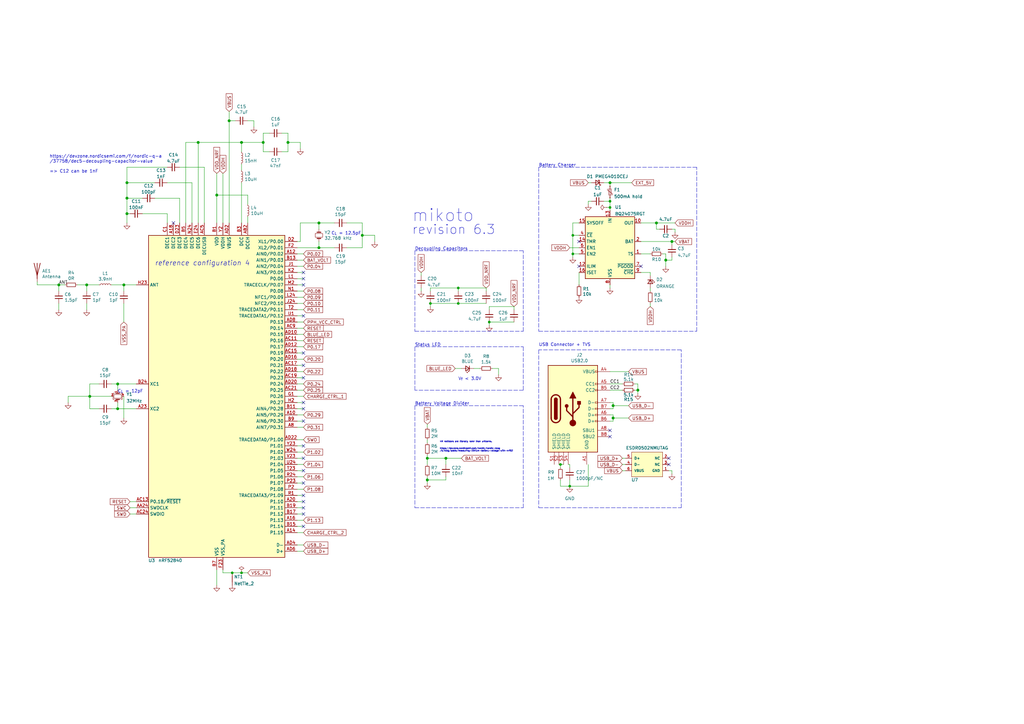
<source format=kicad_sch>
(kicad_sch (version 20240417) (generator "eeschema") (generator_version "8.99")
  (paper "A3")
  (text "4M resistors are literally rarer than unicorns." (at 180.34 181.61 0) (effects (font (size 0.6096 0.6096)) (justify left bottom)))
  (text "Decoupling Capacitors" (at 170.18 102.87 0) (effects (font (size 1.27 1.27)) (justify left bottom)))
  (text "reference configuration 4" (at 63.5 109.22 0) (effects (font (size 2 2) (italic yes)) (justify left bottom)))
  (text "mikoto" (at 168.91 91.44 0) (effects (font (size 5.08 5.08)) (justify left bottom)))
  (text "https://devzone.nordicsemi.com/f/nordic-q-a\n/37758/dec5-decoupling-capacitor-value\n\n=> C12 can be 1nF" (at 20.32 71.12 0) (effects (font (size 1.27 1.27)) (justify left bottom)))
  (text "https://devzone.nordicsemi.com/nordic/nordic-blog\n/b/blog/posts/measuring-lithium-battery-voltage-with-nrf52" (at 180.34 185.42 0) (effects (font (size 0.6096 0.6096)) (justify left bottom)))
  (text "C_{L} = 12pF" (at 48.26 161.29 0) (effects (font (size 1.27 1.27)) (justify left bottom)))
  (text "C_{L} = 12.5pF" (at 135.89 96.52 0) (effects (font (size 1.27 1.27)) (justify left bottom)))
  (text "Status LED" (at 170.18 142.24 0) (effects (font (size 1.27 1.27)) (justify left bottom)))
  (text "revision 6.3" (at 168.91 96.52 0) (effects (font (size 3.81 3.81)) (justify left bottom)))
  (text "Battery Charger" (at 220.98 68.58 0) (effects (font (size 1.27 1.27)) (justify left bottom)))
  (text "V_{f} < 3.0V" (at 187.96 156.21 0) (effects (font (size 1.27 1.27)) (justify left bottom)))
  (text "USB Connector + TVS" (at 220.98 142.24 0) (effects (font (size 1.27 1.27)) (justify left bottom)))
  (text "Battery Voltage Divider" (at 170.18 166.37 0) (effects (font (size 1.27 1.27)) (justify left bottom)))
  (junction (at 187.96 124.46))
  (junction (at 175.26 196.85) (diameter 1.016))
  (junction (at 35.56 116.84) (diameter 1.016))
  (junction (at 52.07 74.93) (diameter 1.016))
  (junction (at 233.68 199.39))
  (junction (at 250.19 82.55))
  (junction (at 52.07 81.28) (diameter 1.016))
  (junction (at 200.66 132.08))
  (junction (at 250.19 74.93) (diameter 1.016))
  (junction (at 88.9 80.01) (diameter 1.016))
  (junction (at 95.25 234.95))
  (junction (at 99.06 58.42) (diameter 1.016))
  (junction (at 187.96 118.11))
  (junction (at 36.83 162.56) (diameter 1.016))
  (junction (at 118.11 58.42) (diameter 1.016))
  (junction (at 261.62 160.02) (diameter 1.016))
  (junction (at 52.07 87.63) (diameter 1.016))
  (junction (at 93.98 49.53) (diameter 1.016))
  (junction (at 229.87 190.5))
  (junction (at 250.19 85.09))
  (junction (at 48.26 167.64) (diameter 1.016))
  (junction (at 251.46 166.37) (diameter 1.016))
  (junction (at 269.24 91.44) (diameter 1.016))
  (junction (at 275.59 99.06) (diameter 1.016))
  (junction (at 107.95 58.42) (diameter 1.016))
  (junction (at 176.53 124.46))
  (junction (at 130.81 91.44) (diameter 1.016))
  (junction (at 24.13 116.84) (diameter 1.016))
  (junction (at 234.95 96.52))
  (junction (at 251.46 171.45) (diameter 1.016))
  (junction (at 50.8 116.84) (diameter 1.016))
  (junction (at 234.95 104.14))
  (junction (at 175.26 187.96) (diameter 1.016))
  (junction (at 273.05 106.68) (diameter 1.016))
  (junction (at 182.88 187.96) (diameter 1.016))
  (junction (at 81.28 58.42) (diameter 1.016))
  (junction (at 99.06 234.95))
  (junction (at 148.59 96.52) (diameter 1.016))
  (junction (at 48.26 157.48) (diameter 1.016))
  (junction (at 130.81 101.6) (diameter 1.016))
  (no_connect (at 250.19 179.07))
  (no_connect (at 124.46 149.86))
  (no_connect (at 250.19 176.53))
  (no_connect (at 124.46 193.04))
  (no_connect (at 262.89 109.22))
  (no_connect (at 124.46 165.1))
  (no_connect (at 124.46 111.76))
  (no_connect (at 124.46 154.94))
  (no_connect (at 274.32 187.96))
  (no_connect (at 124.46 144.78))
  (no_connect (at 124.46 208.28))
  (no_connect (at 124.46 172.72))
  (no_connect (at 124.46 129.54))
  (no_connect (at 237.49 109.22))
  (no_connect (at 124.46 198.12))
  (no_connect (at 124.46 205.74))
  (no_connect (at 274.32 190.5))
  (no_connect (at 124.46 210.82))
  (no_connect (at 237.49 99.06))
  (no_connect (at 124.46 116.84))
  (no_connect (at 124.46 187.96))
  (no_connect (at 71.12 91.44))
  (no_connect (at 124.46 114.3))
  (no_connect (at 124.46 203.2))
  (no_connect (at 124.46 215.9))
  (no_connect (at 124.46 182.88))
  (no_connect (at 124.46 167.64))
  (wire (pts (xy 251.46 165.1) (xy 251.46 166.37)))
  (wire (pts (xy 68.58 91.44) (xy 68.58 87.63)))
  (wire (pts (xy 104.14 49.53) (xy 104.14 52.07)))
  (wire (pts (xy 123.19 58.42) (xy 123.19 60.96)))
  (wire (pts (xy 121.92 137.16) (xy 124.46 137.16)))
  (wire (pts (xy 269.24 91.44) (xy 276.86 91.44)))
  (wire (pts (xy 91.44 234.95) (xy 95.25 234.95)))
  (wire (pts (xy 81.28 91.44) (xy 81.28 58.42)))
  (wire (pts (xy 229.87 190.5) (xy 229.87 191.77)))
  (wire (pts (xy 52.07 87.63) (xy 52.07 91.44)))
  (wire (pts (xy 200.66 127) (xy 200.66 125.73)))
  (wire (pts (xy 52.07 74.93) (xy 63.5 74.93)))
  (wire (pts (xy 24.13 116.84) (xy 26.67 116.84)))
  (polyline (pts (xy 220.98 143.51) (xy 220.98 208.28)) (stroke (width 0) (type dash)))
  (wire (pts (xy 234.95 104.14) (xy 234.95 105.41)))
  (wire (pts (xy 275.59 100.33) (xy 275.59 99.06)))
  (wire (pts (xy 124.46 205.74) (xy 121.92 205.74)))
  (polyline (pts (xy 214.63 135.89) (xy 214.63 102.87)) (stroke (width 0) (type dash)))
  (wire (pts (xy 153.67 96.52) (xy 153.67 99.06)))
  (wire (pts (xy 241.3 199.39) (xy 233.68 199.39)))
  (wire (pts (xy 176.53 124.46) (xy 187.96 124.46)))
  (wire (pts (xy 234.95 96.52) (xy 237.49 96.52)))
  (wire (pts (xy 110.49 62.23) (xy 107.95 62.23)))
  (polyline (pts (xy 220.98 208.28) (xy 279.4 208.28)) (stroke (width 0) (type dash)))
  (wire (pts (xy 123.19 99.06) (xy 123.19 91.44)))
  (wire (pts (xy 194.31 151.13) (xy 196.85 151.13)))
  (wire (pts (xy 48.26 167.64) (xy 55.88 167.64)))
  (polyline (pts (xy 170.18 102.87) (xy 170.18 135.89)) (stroke (width 0) (type dash)))
  (wire (pts (xy 124.46 144.78) (xy 121.92 144.78)))
  (wire (pts (xy 124.46 154.94) (xy 121.92 154.94)))
  (wire (pts (xy 266.7 124.46) (xy 266.7 125.73)))
  (wire (pts (xy 107.95 58.42) (xy 107.95 62.23)))
  (wire (pts (xy 63.5 81.28) (xy 73.66 81.28)))
  (wire (pts (xy 48.26 167.64) (xy 45.72 167.64)))
  (wire (pts (xy 76.2 91.44) (xy 76.2 58.42)))
  (wire (pts (xy 124.46 200.66) (xy 121.92 200.66)))
  (wire (pts (xy 130.81 93.98) (xy 130.81 91.44)))
  (wire (pts (xy 55.88 157.48) (xy 48.26 157.48)))
  (wire (pts (xy 233.68 190.5) (xy 233.68 191.77)))
  (wire (pts (xy 251.46 172.72) (xy 250.19 172.72)))
  (wire (pts (xy 124.46 152.4) (xy 121.92 152.4)))
  (wire (pts (xy 93.98 49.53) (xy 93.98 45.72)))
  (wire (pts (xy 99.06 69.85) (xy 99.06 67.31)))
  (wire (pts (xy 121.92 124.46) (xy 124.46 124.46)))
  (wire (pts (xy 107.95 54.61) (xy 107.95 58.42)))
  (wire (pts (xy 81.28 58.42) (xy 99.06 58.42)))
  (wire (pts (xy 124.46 180.34) (xy 121.92 180.34)))
  (wire (pts (xy 52.07 81.28) (xy 58.42 81.28)))
  (wire (pts (xy 234.95 96.52) (xy 234.95 104.14)))
  (wire (pts (xy 124.46 119.38) (xy 121.92 119.38)))
  (wire (pts (xy 124.46 175.26) (xy 121.92 175.26)))
  (polyline (pts (xy 170.18 142.24) (xy 214.63 142.24)) (stroke (width 0) (type dash)))
  (polyline (pts (xy 220.98 135.89) (xy 285.75 135.89)) (stroke (width 0) (type dash)))
  (wire (pts (xy 251.46 171.45) (xy 251.46 172.72)))
  (polyline (pts (xy 214.63 160.02) (xy 170.18 160.02)) (stroke (width 0) (type dash)))
  (wire (pts (xy 31.75 116.84) (xy 35.56 116.84)))
  (wire (pts (xy 55.88 208.28) (xy 53.34 208.28)))
  (wire (pts (xy 124.46 109.22) (xy 121.92 109.22)))
  (wire (pts (xy 148.59 101.6) (xy 142.24 101.6)))
  (wire (pts (xy 172.72 111.76) (xy 172.72 113.03)))
  (wire (pts (xy 247.65 82.55) (xy 250.19 82.55)))
  (wire (pts (xy 255.27 187.96) (xy 256.54 187.96)))
  (wire (pts (xy 124.46 165.1) (xy 121.92 165.1)))
  (wire (pts (xy 101.6 80.01) (xy 88.9 80.01)))
  (wire (pts (xy 251.46 170.18) (xy 251.46 171.45)))
  (wire (pts (xy 255.27 190.5) (xy 256.54 190.5)))
  (wire (pts (xy 50.8 124.46) (xy 50.8 132.08)))
  (wire (pts (xy 233.045 190.5) (xy 233.68 190.5)))
  (polyline (pts (xy 170.18 160.02) (xy 170.18 142.24)) (stroke (width 0) (type dash)))
  (wire (pts (xy 176.53 119.38) (xy 176.53 118.11)))
  (wire (pts (xy 53.34 205.74) (xy 55.88 205.74)))
  (wire (pts (xy 251.46 166.37) (xy 257.81 166.37)))
  (polyline (pts (xy 170.18 135.89) (xy 214.63 135.89)) (stroke (width 0) (type dash)))
  (polyline (pts (xy 279.4 208.28) (xy 279.4 143.51)) (stroke (width 0) (type dash)))
  (wire (pts (xy 176.53 124.46) (xy 176.53 125.73)))
  (wire (pts (xy 124.46 111.76) (xy 121.92 111.76)))
  (wire (pts (xy 73.66 81.28) (xy 73.66 91.44)))
  (wire (pts (xy 118.11 54.61) (xy 118.11 58.42)))
  (wire (pts (xy 250.19 81.28) (xy 250.19 82.55)))
  (polyline (pts (xy 214.63 166.37) (xy 170.18 166.37)) (stroke (width 0) (type dash)))
  (wire (pts (xy 121.92 101.6) (xy 130.81 101.6)))
  (wire (pts (xy 124.46 106.68) (xy 121.92 106.68)))
  (wire (pts (xy 275.59 93.98) (xy 276.86 93.98)))
  (wire (pts (xy 101.6 83.82) (xy 101.6 80.01)))
  (wire (pts (xy 68.58 74.93) (xy 78.74 74.93)))
  (wire (pts (xy 121.92 182.88) (xy 124.46 182.88)))
  (wire (pts (xy 130.81 101.6) (xy 130.81 99.06)))
  (wire (pts (xy 248.92 85.09) (xy 250.19 85.09)))
  (wire (pts (xy 187.96 124.46) (xy 199.39 124.46)))
  (wire (pts (xy 250.19 165.1) (xy 251.46 165.1)))
  (wire (pts (xy 250.19 157.48) (xy 255.27 157.48)))
  (wire (pts (xy 175.26 186.69) (xy 175.26 187.96)))
  (wire (pts (xy 107.95 54.61) (xy 110.49 54.61)))
  (wire (pts (xy 275.59 106.68) (xy 275.59 105.41)))
  (wire (pts (xy 88.9 233.68) (xy 88.9 240.03)))
  (wire (pts (xy 261.62 160.02) (xy 261.62 161.29)))
  (wire (pts (xy 247.65 74.93) (xy 250.19 74.93)))
  (wire (pts (xy 40.64 116.84) (xy 35.56 116.84)))
  (wire (pts (xy 76.2 58.42) (xy 81.28 58.42)))
  (wire (pts (xy 124.46 116.84) (xy 121.92 116.84)))
  (wire (pts (xy 45.72 162.56) (xy 36.83 162.56)))
  (wire (pts (xy 24.13 124.46) (xy 24.13 127)))
  (wire (pts (xy 271.78 104.14) (xy 273.05 104.14)))
  (wire (pts (xy 148.59 96.52) (xy 148.59 101.6)))
  (wire (pts (xy 52.07 81.28) (xy 52.07 87.63)))
  (wire (pts (xy 124.46 203.2) (xy 121.92 203.2)))
  (wire (pts (xy 124.46 185.42) (xy 121.92 185.42)))
  (wire (pts (xy 124.46 129.54) (xy 121.92 129.54)))
  (wire (pts (xy 124.46 170.18) (xy 121.92 170.18)))
  (wire (pts (xy 241.3 83.82) (xy 241.3 82.55)))
  (wire (pts (xy 273.05 106.68) (xy 273.05 109.22)))
  (polyline (pts (xy 170.18 166.37) (xy 170.18 208.28)) (stroke (width 0) (type dash)))
  (wire (pts (xy 40.64 167.64) (xy 36.83 167.64)))
  (wire (pts (xy 251.46 166.37) (xy 251.46 167.64)))
  (wire (pts (xy 52.07 68.58) (xy 68.58 68.58)))
  (wire (pts (xy 121.92 104.14) (xy 124.46 104.14)))
  (wire (pts (xy 48.26 165.1) (xy 48.26 167.64)))
  (wire (pts (xy 250.19 82.55) (xy 250.19 85.09)))
  (wire (pts (xy 124.46 193.04) (xy 121.92 193.04)))
  (wire (pts (xy 52.07 68.58) (xy 52.07 74.93)))
  (wire (pts (xy 130.81 101.6) (xy 137.16 101.6)))
  (wire (pts (xy 269.24 93.98) (xy 270.51 93.98)))
  (polyline (pts (xy 285.75 135.89) (xy 285.75 68.58)) (stroke (width 0) (type dash)))
  (wire (pts (xy 99.06 62.23) (xy 99.06 58.42)))
  (wire (pts (xy 250.19 85.09) (xy 250.19 86.36)))
  (wire (pts (xy 250.19 170.18) (xy 251.46 170.18)))
  (wire (pts (xy 99.06 234.95) (xy 101.6 234.95)))
  (wire (pts (xy 124.46 226.06) (xy 121.92 226.06)))
  (wire (pts (xy 124.46 172.72) (xy 121.92 172.72)))
  (wire (pts (xy 266.7 111.76) (xy 266.7 113.03)))
  (wire (pts (xy 96.52 49.53) (xy 93.98 49.53)))
  (wire (pts (xy 172.72 118.11) (xy 172.72 119.38)))
  (wire (pts (xy 229.87 196.85) (xy 229.87 199.39)))
  (wire (pts (xy 175.26 173.99) (xy 175.26 175.26)))
  (wire (pts (xy 275.59 193.04) (xy 274.32 193.04)))
  (wire (pts (xy 275.59 194.31) (xy 275.59 193.04)))
  (wire (pts (xy 175.26 196.85) (xy 182.88 196.85)))
  (wire (pts (xy 124.46 198.12) (xy 121.92 198.12)))
  (wire (pts (xy 261.62 157.48) (xy 261.62 160.02)))
  (wire (pts (xy 200.66 132.08) (xy 200.66 133.35)))
  (wire (pts (xy 55.88 116.84) (xy 50.8 116.84)))
  (wire (pts (xy 121.92 142.24) (xy 124.46 142.24)))
  (wire (pts (xy 124.46 160.02) (xy 121.92 160.02)))
  (polyline (pts (xy 214.63 102.87) (xy 170.18 102.87)) (stroke (width 0) (type dash)))
  (wire (pts (xy 233.68 101.6) (xy 237.49 101.6)))
  (wire (pts (xy 241.3 190.5) (xy 241.3 199.39)))
  (wire (pts (xy 182.88 187.96) (xy 182.88 190.5)))
  (wire (pts (xy 142.24 91.44) (xy 148.59 91.44)))
  (wire (pts (xy 262.89 111.76) (xy 266.7 111.76)))
  (wire (pts (xy 130.81 91.44) (xy 137.16 91.44)))
  (wire (pts (xy 24.13 119.38) (xy 24.13 116.84)))
  (wire (pts (xy 182.88 196.85) (xy 182.88 195.58)))
  (wire (pts (xy 175.26 195.58) (xy 175.26 196.85)))
  (wire (pts (xy 175.26 181.61) (xy 175.26 180.34)))
  (wire (pts (xy 250.19 74.93) (xy 259.08 74.93)))
  (wire (pts (xy 276.86 93.98) (xy 276.86 95.25)))
  (wire (pts (xy 35.56 116.84) (xy 35.56 119.38)))
  (wire (pts (xy 124.46 147.32) (xy 121.92 147.32)))
  (wire (pts (xy 35.56 124.46) (xy 35.56 127)))
  (wire (pts (xy 83.82 68.58) (xy 83.82 91.44)))
  (wire (pts (xy 53.34 210.82) (xy 55.88 210.82)))
  (wire (pts (xy 273.05 106.68) (xy 275.59 106.68)))
  (wire (pts (xy 273.05 104.14) (xy 273.05 106.68)))
  (wire (pts (xy 48.26 157.48) (xy 45.72 157.48)))
  (wire (pts (xy 124.46 167.64) (xy 121.92 167.64)))
  (wire (pts (xy 234.95 91.44) (xy 237.49 91.44)))
  (wire (pts (xy 241.3 82.55) (xy 242.57 82.55)))
  (wire (pts (xy 262.89 99.06) (xy 275.59 99.06)))
  (wire (pts (xy 15.24 115.57) (xy 15.24 116.84)))
  (wire (pts (xy 234.95 104.14) (xy 237.49 104.14)))
  (wire (pts (xy 121.92 121.92) (xy 124.46 121.92)))
  (wire (pts (xy 101.6 88.9) (xy 101.6 91.44)))
  (wire (pts (xy 115.57 54.61) (xy 118.11 54.61)))
  (wire (pts (xy 186.69 151.13) (xy 189.23 151.13)))
  (wire (pts (xy 251.46 167.64) (xy 250.19 167.64)))
  (wire (pts (xy 250.19 152.4) (xy 257.81 152.4)))
  (wire (pts (xy 88.9 80.01) (xy 88.9 91.44)))
  (wire (pts (xy 187.96 118.11) (xy 187.96 119.38)))
  (wire (pts (xy 52.07 74.93) (xy 52.07 81.28)))
  (wire (pts (xy 124.46 149.86) (xy 121.92 149.86)))
  (wire (pts (xy 250.19 116.84) (xy 250.19 118.11)))
  (wire (pts (xy 101.6 49.53) (xy 104.14 49.53)))
  (wire (pts (xy 229.235 190.5) (xy 229.87 190.5)))
  (wire (pts (xy 204.47 151.13) (xy 204.47 153.67)))
  (polyline (pts (xy 279.4 143.51) (xy 220.98 143.51)) (stroke (width 0) (type dash)))
  (polyline (pts (xy 214.63 142.24) (xy 214.63 160.02)) (stroke (width 0) (type dash)))
  (wire (pts (xy 124.46 187.96) (xy 121.92 187.96)))
  (wire (pts (xy 48.26 157.48) (xy 48.26 160.02)))
  (wire (pts (xy 99.06 58.42) (xy 107.95 58.42)))
  (wire (pts (xy 251.46 171.45) (xy 257.81 171.45)))
  (wire (pts (xy 121.92 99.06) (xy 123.19 99.06)))
  (wire (pts (xy 78.74 74.93) (xy 78.74 91.44)))
  (wire (pts (xy 36.83 157.48) (xy 40.64 157.48)))
  (polyline (pts (xy 285.75 68.58) (xy 220.98 68.58)) (stroke (width 0) (type dash)))
  (wire (pts (xy 36.83 167.64) (xy 36.83 162.56)))
  (wire (pts (xy 15.24 116.84) (xy 24.13 116.84)))
  (wire (pts (xy 262.89 104.14) (xy 266.7 104.14)))
  (wire (pts (xy 50.8 162.56) (xy 50.8 171.45)))
  (wire (pts (xy 148.59 96.52) (xy 153.67 96.52)))
  (wire (pts (xy 124.46 157.48) (xy 121.92 157.48)))
  (wire (pts (xy 124.46 134.62) (xy 121.92 134.62)))
  (wire (pts (xy 175.26 196.85) (xy 175.26 198.12)))
  (wire (pts (xy 250.19 160.02) (xy 255.27 160.02)))
  (wire (pts (xy 50.8 116.84) (xy 50.8 119.38)))
  (wire (pts (xy 175.26 187.96) (xy 182.88 187.96)))
  (wire (pts (xy 200.66 125.73) (xy 210.82 125.73)))
  (wire (pts (xy 36.83 162.56) (xy 27.94 162.56)))
  (wire (pts (xy 124.46 215.9) (xy 121.92 215.9)))
  (wire (pts (xy 176.53 118.11) (xy 187.96 118.11)))
  (wire (pts (xy 187.96 118.11) (xy 199.39 118.11)))
  (wire (pts (xy 124.46 162.56) (xy 121.92 162.56)))
  (wire (pts (xy 124.46 190.5) (xy 121.92 190.5)))
  (wire (pts (xy 266.7 118.11) (xy 266.7 119.38)))
  (polyline (pts (xy 170.18 208.28) (xy 214.63 208.28)) (stroke (width 0) (type dash)))
  (wire (pts (xy 200.66 132.08) (xy 210.82 132.08)))
  (wire (pts (xy 93.98 91.44) (xy 93.98 49.53)))
  (wire (pts (xy 124.46 114.3) (xy 121.92 114.3)))
  (wire (pts (xy 88.9 71.12) (xy 88.9 80.01)))
  (wire (pts (xy 45.72 116.84) (xy 50.8 116.84)))
  (wire (pts (xy 229.87 199.39) (xy 233.68 199.39)))
  (wire (pts (xy 148.59 91.44) (xy 148.59 96.52)))
  (wire (pts (xy 260.35 160.02) (xy 261.62 160.02)))
  (wire (pts (xy 124.46 218.44) (xy 121.92 218.44)))
  (wire (pts (xy 241.3 74.93) (xy 242.57 74.93)))
  (wire (pts (xy 52.07 87.63) (xy 53.34 87.63)))
  (wire (pts (xy 118.11 62.23) (xy 118.11 58.42)))
  (wire (pts (xy 199.39 118.11) (xy 199.39 119.38)))
  (wire (pts (xy 124.46 208.28) (xy 121.92 208.28)))
  (wire (pts (xy 255.27 193.04) (xy 256.54 193.04)))
  (wire (pts (xy 121.92 139.7) (xy 124.46 139.7)))
  (wire (pts (xy 115.57 62.23) (xy 118.11 62.23)))
  (wire (pts (xy 121.92 223.52) (xy 124.46 223.52)))
  (wire (pts (xy 201.93 151.13) (xy 204.47 151.13)))
  (polyline (pts (xy 220.98 68.58) (xy 220.98 135.89)) (stroke (width 0) (type dash)))
  (wire (pts (xy 234.95 91.44) (xy 234.95 96.52)))
  (wire (pts (xy 124.46 127) (xy 121.92 127)))
  (wire (pts (xy 275.59 99.06) (xy 276.86 99.06)))
  (wire (pts (xy 123.19 91.44) (xy 130.81 91.44)))
  (wire (pts (xy 27.94 162.56) (xy 27.94 165.1)))
  (wire (pts (xy 58.42 87.63) (xy 68.58 87.63)))
  (polyline (pts (xy 214.63 208.28) (xy 214.63 166.37)) (stroke (width 0) (type dash)))
  (wire (pts (xy 118.11 58.42) (xy 123.19 58.42)))
  (wire (pts (xy 124.46 195.58) (xy 121.92 195.58)))
  (wire (pts (xy 182.88 187.96) (xy 189.23 187.96)))
  (wire (pts (xy 124.46 213.36) (xy 121.92 213.36)))
  (wire (pts (xy 95.25 234.95) (xy 99.06 234.95)))
  (wire (pts (xy 99.06 74.93) (xy 99.06 91.44)))
  (wire (pts (xy 210.82 125.73) (xy 210.82 127)))
  (wire (pts (xy 233.68 196.85) (xy 233.68 199.39)))
  (wire (pts (xy 91.44 71.12) (xy 91.44 91.44)))
  (wire (pts (xy 237.49 111.76) (xy 237.49 116.84)))
  (wire (pts (xy 175.26 187.96) (xy 175.26 190.5)))
  (wire (pts (xy 121.92 132.08) (xy 124.46 132.08)))
  (wire (pts (xy 36.83 162.56) (xy 36.83 157.48)))
  (wire (pts (xy 73.66 68.58) (xy 83.82 68.58)))
  (wire (pts (xy 229.87 190.5) (xy 231.14 190.5)))
  (wire (pts (xy 124.46 210.82) (xy 121.92 210.82)))
  (wire (pts (xy 250.19 74.93) (xy 250.19 76.2)))
  (wire (pts (xy 260.35 157.48) (xy 261.62 157.48)))
  (wire (pts (xy 269.24 91.44) (xy 269.24 93.98)))
  (wire (pts (xy 91.44 234.95) (xy 91.44 233.68)))
  (wire (pts (xy 262.89 91.44) (xy 269.24 91.44)))
  (label "ANT" (at 24.13 116.84 0))
  (label "CC2" (at 250.19 160.02 0))
  (label "CC1" (at 250.19 157.48 0))
  (global_label "VDD_NRF" (shape input) (at 88.9 71.12 90) (property "Intersheetrefs" "${INTERSHEET_REFS}" (effects (hide yes))))
  (global_label "USB_D-" (shape input) (at 255.27 190.5 180) (property "Intersheetrefs" "${INTERSHEET_REFS}" (effects (hide yes))))
  (global_label "VBUS" (shape input) (at 93.98 45.72 90) (property "Intersheetrefs" "${INTERSHEET_REFS}" (effects (hide yes))))
  (global_label "USB_D-" (shape input) (at 124.46 223.52 0) (property "Intersheetrefs" "${INTERSHEET_REFS}" (effects (hide yes))))
  (global_label "P0.29" (shape input) (at 124.46 170.18 0) (property "Intersheetrefs" "${INTERSHEET_REFS}" (effects (hide yes))))
  (global_label "BAT_VOLT" (shape input) (at 124.46 106.68 0) (property "Intersheetrefs" "${INTERSHEET_REFS}" (effects (hide yes))))
  (global_label "PPH_VCC_CTRL" (shape input) (at 124.46 132.08 0) (property "Intersheetrefs" "${INTERSHEET_REFS}" (effects (hide yes))))
  (global_label "VDD_NRF" (shape input) (at 199.39 118.11 90) (property "Intersheetrefs" "${INTERSHEET_REFS}" (effects (hide yes))))
  (global_label "P0.10" (shape input) (at 124.46 124.46 0) (property "Intersheetrefs" "${INTERSHEET_REFS}" (effects (hide yes))))
  (global_label "USB_D+" (shape input) (at 257.81 171.45 0) (property "Intersheetrefs" "${INTERSHEET_REFS}" (effects (hide yes))))
  (global_label "P0.04" (shape input) (at 124.46 109.22 0) (property "Intersheetrefs" "${INTERSHEET_REFS}" (effects (hide yes))))
  (global_label "P0.25" (shape input) (at 124.46 160.02 0) (property "Intersheetrefs" "${INTERSHEET_REFS}" (effects (hide yes))))
  (global_label "CHARGE_CTRL_2" (shape input) (at 124.46 218.44 0) (property "Intersheetrefs" "${INTERSHEET_REFS}" (effects (hide yes))))
  (global_label "VBUS" (shape input) (at 255.27 193.04 180) (property "Intersheetrefs" "${INTERSHEET_REFS}" (effects (hide yes))))
  (global_label "VDD_NRF" (shape input) (at 210.82 125.73 90) (property "Intersheetrefs" "${INTERSHEET_REFS}" (effects (hide yes))))
  (global_label "P1.06" (shape input) (at 124.46 195.58 0) (property "Intersheetrefs" "${INTERSHEET_REFS}" (effects (hide yes))))
  (global_label "P0.08" (shape input) (at 124.46 119.38 0) (property "Intersheetrefs" "${INTERSHEET_REFS}" (effects (hide yes))))
  (global_label "VSS_PA" (shape input) (at 50.8 132.08 270) (property "Intersheetrefs" "${INTERSHEET_REFS}" (effects (hide yes))))
  (global_label "SWO" (shape input) (at 124.46 180.34 0) (property "Intersheetrefs" "${INTERSHEET_REFS}" (effects (hide yes))))
  (global_label "SWC" (shape input) (at 53.34 208.28 180) (property "Intersheetrefs" "${INTERSHEET_REFS}" (effects (hide yes))))
  (global_label "VBUS" (shape input) (at 241.3 74.93 180) (property "Intersheetrefs" "${INTERSHEET_REFS}" (effects (hide yes))))
  (global_label "VDDH" (shape input) (at 233.68 101.6 180) (property "Intersheetrefs" "${INTERSHEET_REFS}" (effects (hide yes))))
  (global_label "VBAT" (shape input) (at 175.26 173.99 90) (property "Intersheetrefs" "${INTERSHEET_REFS}" (effects (hide yes))))
  (global_label "RESET" (shape input) (at 53.34 205.74 180) (property "Intersheetrefs" "${INTERSHEET_REFS}" (effects (hide yes))))
  (global_label "P0.24" (shape input) (at 124.46 157.48 0) (property "Intersheetrefs" "${INTERSHEET_REFS}" (effects (hide yes))))
  (global_label "P0.22" (shape input) (at 124.46 152.4 0) (property "Intersheetrefs" "${INTERSHEET_REFS}" (effects (hide yes))))
  (global_label "SWD" (shape input) (at 53.34 210.82 180) (property "Intersheetrefs" "${INTERSHEET_REFS}" (effects (hide yes))))
  (global_label "BLUE_LED" (shape input) (at 186.69 151.13 180) (property "Intersheetrefs" "${INTERSHEET_REFS}" (effects (hide yes))))
  (global_label "BLUE_LED" (shape input) (at 124.46 137.16 0) (property "Intersheetrefs" "${INTERSHEET_REFS}" (effects (hide yes))))
  (global_label "CHARGE_CTRL_1" (shape input) (at 124.46 162.56 0) (property "Intersheetrefs" "${INTERSHEET_REFS}" (effects (hide yes))))
  (global_label "P0.09" (shape input) (at 124.46 121.92 0) (property "Intersheetrefs" "${INTERSHEET_REFS}" (effects (hide yes))))
  (global_label "VDDH" (shape input) (at 266.7 125.73 270) (property "Intersheetrefs" "${INTERSHEET_REFS}" (effects (hide yes))))
  (global_label "VDDH" (shape input) (at 172.72 111.76 90) (property "Intersheetrefs" "${INTERSHEET_REFS}" (effects (hide yes))))
  (global_label "P0.20" (shape input) (at 124.46 147.32 0) (property "Intersheetrefs" "${INTERSHEET_REFS}" (effects (hide yes))))
  (global_label "VDDH" (shape input) (at 276.86 91.44 0) (property "Intersheetrefs" "${INTERSHEET_REFS}" (effects (hide yes))))
  (global_label "USB_D+" (shape input) (at 124.46 226.06 0) (property "Intersheetrefs" "${INTERSHEET_REFS}" (effects (hide yes))))
  (global_label "P0.17" (shape input) (at 124.46 142.24 0) (property "Intersheetrefs" "${INTERSHEET_REFS}" (effects (hide yes))))
  (global_label "VBAT" (shape input) (at 276.86 99.06 0) (property "Intersheetrefs" "${INTERSHEET_REFS}" (effects (hide yes))))
  (global_label "P1.04" (shape input) (at 124.46 190.5 0) (property "Intersheetrefs" "${INTERSHEET_REFS}" (effects (hide yes))))
  (global_label "EXT_5V" (shape input) (at 259.08 74.93 0) (property "Intersheetrefs" "${INTERSHEET_REFS}" (effects (hide yes))))
  (global_label "P1.02" (shape input) (at 124.46 185.42 0) (property "Intersheetrefs" "${INTERSHEET_REFS}" (effects (hide yes))))
  (global_label "RESET" (shape input) (at 124.46 139.7 0) (property "Intersheetrefs" "${INTERSHEET_REFS}" (effects (hide yes))))
  (global_label "RESET" (shape input) (at 124.46 134.62 0) (property "Intersheetrefs" "${INTERSHEET_REFS}" (effects (hide yes))))
  (global_label "USB_D-" (shape input) (at 257.81 166.37 0) (property "Intersheetrefs" "${INTERSHEET_REFS}" (effects (hide yes))))
  (global_label "USB_D+" (shape input) (at 255.27 187.96 180) (property "Intersheetrefs" "${INTERSHEET_REFS}" (effects (hide yes))))
  (global_label "P1.08" (shape input) (at 124.46 200.66 0) (property "Intersheetrefs" "${INTERSHEET_REFS}" (effects (hide yes))))
  (global_label "VBUS" (shape input) (at 257.81 152.4 0) (property "Intersheetrefs" "${INTERSHEET_REFS}" (effects (hide yes))))
  (global_label "VDDH" (shape input) (at 91.44 71.12 90) (property "Intersheetrefs" "${INTERSHEET_REFS}" (effects (hide yes))))
  (global_label "VSS_PA" (shape input) (at 101.6 234.95 0) (property "Intersheetrefs" "${INTERSHEET_REFS}" (effects (hide yes))))
  (global_label "P0.31" (shape input) (at 124.46 175.26 0) (property "Intersheetrefs" "${INTERSHEET_REFS}" (effects (hide yes))))
  (global_label "P1.13" (shape input) (at 124.46 213.36 0) (property "Intersheetrefs" "${INTERSHEET_REFS}" (effects (hide yes))))
  (global_label "P0.02" (shape input) (at 124.46 104.14 0) (property "Intersheetrefs" "${INTERSHEET_REFS}" (effects (hide yes))))
  (global_label "BAT_VOLT" (shape input) (at 189.23 187.96 0) (property "Intersheetrefs" "${INTERSHEET_REFS}" (effects (hide yes))))
  (global_label "P0.11" (shape input) (at 124.46 127 0) (property "Intersheetrefs" "${INTERSHEET_REFS}" (effects (hide yes))))
  (symbol (lib_id "Device:L_Small") (at 99.06 64.77 0) (unit 1)
    (property "Reference" "L2" (at 100.2792 63.6016 0) (effects (justify left)))
    (property "Value" "15nH" (at 100.2792 65.913 0) (effects (justify left)))
    (property "Footprint" "footprints:Inductor_0402_1005M-nosilk" (effects (hide yes)))
    (property "LCSC Part" "C76763" (effects (hide yes)))
    (property "Manufacturer Part" "MLG1005S15NJT000" (effects (hide yes)))
    (property "JLC Part" "C27143" (effects (hide yes)))
  )
  (symbol (lib_id "Device:Crystal_Small") (at 130.81 96.52 270) (unit 1)
    (property "Reference" "Y2" (at 133.0452 95.3516 90) (effects (justify left)))
    (property "Value" "32.768 kHz" (at 133.0452 97.663 90) (effects (justify left)))
    (property "Footprint" "footprints:Crystal_SMD_2012-2Pin_2.0x1.2mm" (effects (hide yes)))
    (property "LCSC Part" "C97607" (effects (hide yes)))
    (property "Digikey" "728-1075-1-ND" (effects (hide yes)))
    (property "Manufacturer Part" "SC20S-12.5PF20PPM" (effects (hide yes)))
    (property "JLC Part" "C93231" (effects (hide yes)))
  )
  (symbol (lib_id "Device:C_Small") (at 187.96 121.92 180) (unit 1)
    (property "Reference" "C23" (at 190.5 120.6435 0) (effects (justify right)))
    (property "Value" "100nF" (at 190.5 123.1835 0) (effects (justify right)))
    (property "Footprint" "footprints:Capacitor_0402_1005M-nosilk" (effects (hide yes)))
    (property "LCSC Part" "C1525" (effects (hide yes)))
    (property "Digikey" "1276-6720-1-ND" (effects (hide yes)))
    (property "Manufacturer Part" "CL05B104KA5NNNC" (effects (hide yes)))
    (property "JLC Part" "C1525" (effects (hide yes)))
  )
  (symbol (lib_id "power:GND") (at 95.25 240.03 0) (unit 1)
    (property "Reference" "#PWR011" (effects (hide yes)))
    (property "Value" "GND" (effects (hide yes)))
  )
  (symbol (lib_id "power:GND") (at 273.05 109.22 0) (unit 1)
    (property "Reference" "#PWR04" (effects (hide yes)))
    (property "Value" "GND" (effects (hide yes)))
  )
  (symbol (lib_id "power:GND") (at 24.13 127 0) (unit 1)
    (property "Reference" "#PWR05" (effects (hide yes)))
    (property "Value" "GND" (effects (hide yes)))
  )
  (symbol (lib_id "Device:C_Small") (at 172.72 115.57 180) (unit 1)
    (property "Reference" "C20" (at 175.26 114.2935 0) (effects (justify right)))
    (property "Value" "4.7uF" (at 175.26 116.8335 0) (effects (justify right)))
    (property "Footprint" "footprints:Capacitor_0402_1005M-nosilk" (effects (hide yes)))
    (property "LCSC Part" "C368809" (effects (hide yes)))
    (property "Digikey" "1276-1784-1-ND" (effects (hide yes)))
    (property "Manufacturer Part" "CL05A475KP5NRNC" (effects (hide yes)))
    (property "JLC Part" "C23733" (effects (hide yes)))
  )
  (symbol (lib_id "power:GND") (at 52.07 91.44 0) (unit 1)
    (property "Reference" "#PWR09" (effects (hide yes)))
    (property "Value" "GND" (effects (hide yes)))
  )
  (symbol (lib_id "Device:C_Small") (at 245.11 82.55 270) (unit 1)
    (property "Reference" "C1" (at 245.11 77.0213 90))
    (property "Value" "1uF" (at 245.11 79.7964 90))
    (property "Footprint" "footprints:Capacitor_0402_1005M-nosilk" (effects (hide yes)))
    (property "LCSC Part" "C52923" (effects (hide yes)))
    (property "Digikey" "1276-1067-1-ND" (effects (hide yes)))
    (property "Manufacturer Part" "CL05A105KO5NNNC" (effects (hide yes)))
    (property "JLC Part" "C52923" (effects (hide yes)))
  )
  (symbol (lib_id "Device:L_Small") (at 101.6 86.36 0) (unit 1)
    (property "Reference" "L4" (at 102.8192 85.1916 0) (effects (justify left)))
    (property "Value" "10uH" (at 102.8192 87.503 0) (effects (justify left)))
    (property "Footprint" "footprints:Inductor_0603_1608M-nosilk" (effects (hide yes)))
    (property "LCSC Part" "C76732" (effects (hide yes)))
    (property "Manufacturer Part" "MLF1608E100KTD00" (effects (hide yes)))
    (property "JLC Part" "C1035" (effects (hide yes)))
  )
  (symbol (lib_id "Device:Antenna") (at 15.24 110.49 0) (unit 1) (in_bom no)
    (property "Reference" "AE1" (at 17.2721 111.1261 0) (effects (justify left)))
    (property "Value" "Antenna" (at 17.2721 113.4248 0) (effects (justify left)))
    (property "Footprint" "footprints:2.4GHz-meander-antenna-v2" (effects (hide yes)))
  )
  (symbol (lib_id "Device:R_Small") (at 29.21 116.84 270) (unit 1)
    (property "Reference" "R4" (at 29.21 111.8616 90))
    (property "Value" "0R" (at 29.21 114.173 90))
    (property "Footprint" "footprints:Resistor_0402_1005M-nosilk" (effects (hide yes)))
    (property "LCSC Part" "C106231" (effects (hide yes)))
    (property "Manufacturer Part" "RC0402FR-070RL" (effects (hide yes)))
    (property "JLC Part" "C17168" (effects (hide yes)))
  )
  (symbol (lib_id "Device:C_Small") (at 50.8 121.92 180) (unit 1)
    (property "Reference" "C10" (at 48.4632 120.7516 0) (effects (justify left)))
    (property "Value" "1pF" (at 48.4632 123.063 0) (effects (justify left)))
    (property "Footprint" "footprints:Capacitor_0402_1005M-nosilk" (effects (hide yes)))
    (property "LCSC Part" "C371977" (effects (hide yes)))
    (property "Digikey" "1276-1595-1-ND" (effects (hide yes)))
    (property "Manufacturer Part" "CL05C010CB5NNNC" (effects (hide yes)))
    (property "JLC Part" "C1550" (effects (hide yes)))
  )
  (symbol (lib_id "Device:C_Small") (at 176.53 121.92 180) (unit 1)
    (property "Reference" "C21" (at 179.07 120.6435 0) (effects (justify right)))
    (property "Value" "100nF" (at 179.07 123.1835 0) (effects (justify right)))
    (property "Footprint" "footprints:Capacitor_0402_1005M-nosilk" (effects (hide yes)))
    (property "LCSC Part" "C1525" (effects (hide yes)))
    (property "Digikey" "1276-6720-1-ND" (effects (hide yes)))
    (property "Manufacturer Part" "CL05B104KA5NNNC" (effects (hide yes)))
    (property "JLC Part" "C1525" (effects (hide yes)))
  )
  (symbol (lib_id "Device:NetTie_2") (at 95.25 237.49 270) (unit 1)
    (property "Reference" "NT1" (at 96.012 236.5815 90) (effects (justify left)))
    (property "Value" "NetTie_2" (at 96.012 239.3566 90) (effects (justify left)))
    (property "Footprint" "footprints:net-tie-2-tiny" (effects (hide yes)))
  )
  (symbol (lib_id "power:GND") (at 276.86 95.25 0) (unit 1)
    (property "Reference" "#PWR021" (effects (hide yes)))
    (property "Value" "GND" (effects (hide yes)))
  )
  (symbol (lib_id "Device:C_Small") (at 210.82 129.54 180) (unit 1)
    (property "Reference" "C26" (at 208.28 128.2635 0) (effects (justify left)))
    (property "Value" "1uF" (at 208.28 130.8035 0) (effects (justify left)))
    (property "Footprint" "footprints:Capacitor_0402_1005M-nosilk" (effects (hide yes)))
    (property "LCSC Part" "C52923" (effects (hide yes)))
    (property "Digikey" "1276-1067-1-ND" (effects (hide yes)))
    (property "Manufacturer Part" "CL05A105KO5NNNC" (effects (hide yes)))
    (property "JLC Part" "C52923" (effects (hide yes)))
  )
  (symbol (lib_id "Device:L_Small") (at 43.18 116.84 90) (unit 1)
    (property "Reference" "L1" (at 43.18 112.141 90))
    (property "Value" "3.9nH" (at 43.18 114.4524 90))
    (property "Footprint" "footprints:Inductor_0402_1005M-nosilk" (effects (hide yes)))
    (property "LCSC Part" "C76775" (effects (hide yes)))
    (property "Manufacturer Part" "MLG1005S3N9BT000" (effects (hide yes)))
    (property "JLC Part" "C14033" (effects (hide yes)))
  )
  (symbol (lib_id "Device:Polyfuse_Small") (at 250.19 78.74 180) (unit 1)
    (property "Reference" "F1" (at 251.8411 77.8315 0) (effects (justify right)))
    (property "Value" "500mA hold" (at 251.8411 80.6066 0) (effects (justify right)))
    (property "Footprint" "footprints:Fuse_0402_1005Metric" (effects (hide yes)))
    (property "LCSC Part" "C206938" (effects (hide yes)))
    (property "Manufacturer Part" "0402L050SLKR" (effects (hide yes)))
    (property "JLC Part" "C206938" (effects (hide yes)))
  )
  (symbol (lib_id "power:GND") (at 250.19 118.11 0) (unit 1)
    (property "Reference" "#PWR03" (effects (hide yes)))
    (property "Value" "GND" (effects (hide yes)))
  )
  (symbol (lib_id "Device:C_Small") (at 24.13 121.92 180) (unit 1)
    (property "Reference" "C6" (at 26.4668 120.7516 0) (effects (justify right)))
    (property "Value" "1.5pF" (at 26.4668 123.063 0) (effects (justify right)))
    (property "Footprint" "footprints:Capacitor_0402_1005M-nosilk" (effects (hide yes)))
    (property "LCSC Part" "C170150" (effects (hide yes)))
    (property "Digikey" "1276-1658-1-ND" (effects (hide yes)))
    (property "Manufacturer Part" "CL05C1R5CB5NNNC" (effects (hide yes)))
    (property "JLC Part" "C1552" (effects (hide yes)))
  )
  (symbol (lib_id "Device:C_Small") (at 199.39 121.92 180) (unit 1)
    (property "Reference" "C24" (at 201.93 120.6435 0) (effects (justify right)))
    (property "Value" "100nF" (at 201.93 123.1835 0) (effects (justify right)))
    (property "Footprint" "footprints:Capacitor_0402_1005M-nosilk" (effects (hide yes)))
    (property "LCSC Part" "C1525" (effects (hide yes)))
    (property "Digikey" "1276-6720-1-ND" (effects (hide yes)))
    (property "Manufacturer Part" "CL05B104KA5NNNC" (effects (hide yes)))
    (property "JLC Part" "C1525" (effects (hide yes)))
  )
  (symbol (lib_id "Device:C_Small") (at 43.18 157.48 270) (unit 1)
    (property "Reference" "C8" (at 43.18 151.6634 90))
    (property "Value" "15pF" (at 43.18 153.9748 90))
    (property "Footprint" "footprints:Capacitor_0402_1005M-nosilk" (effects (hide yes)))
    (property "LCSC Part" "C307341" (effects (hide yes)))
    (property "Manufacturer Part" "CL05C150JB51PNC" (effects (hide yes)))
    (property "JLC Part" "C1548" (effects (hide yes)))
  )
  (symbol (lib_id "power:GND") (at 241.3 83.82 0) (unit 1)
    (property "Reference" "#PWR02" (effects (hide yes)))
    (property "Value" "GND" (effects (hide yes)))
  )
  (symbol (lib_id "power:PWR_FLAG") (at 248.92 85.09 90) (unit 1)
    (property "Reference" "#FLG02" (effects (hide yes)))
    (property "Value" "PWR_FLAG" (effects (hide yes)))
  )
  (symbol (lib_id "Device:R_Small") (at 175.26 177.8 0) (unit 1)
    (property "Reference" "R5" (at 176.7586 176.6316 0) (effects (justify left)))
    (property "Value" "2M" (at 176.7586 178.943 0) (effects (justify left)))
    (property "Footprint" "footprints:Resistor_0402_1005M-nosilk" (effects (hide yes)))
    (property "LCSC Part" "C138014" (effects (hide yes)))
    (property "Manufacturer Part" "RC0402FR-072ML" (effects (hide yes)))
    (property "JLC Part" "C138014" (effects (hide yes)))
  )
  (symbol (lib_id "Device:C_Small") (at 60.96 81.28 270) (unit 1)
    (property "Reference" "C12" (at 60.96 76.2 90))
    (property "Value" "100pF" (at 60.96 78.74 90))
    (property "Footprint" "footprints:Capacitor_0402_1005M-nosilk" (effects (hide yes)))
    (property "LCSC Part" "C26409" (effects (hide yes)))
    (property "Digikey" "478-1082-1-ND" (effects (hide yes)))
    (property "Manufacturer Part" "CL05C101JB5NNNC" (effects (hide yes)))
    (property "JLC Part" "C1546" (effects (hide yes)))
  )
  (symbol (lib_id "power:GND") (at 204.47 153.67 0) (unit 1)
    (property "Reference" "#PWR019" (effects (hide yes)))
    (property "Value" "GND" (effects (hide yes)))
  )
  (symbol (lib_id "Device:C_Small") (at 233.68 194.31 0) (unit 1)
    (property "Reference" "C27" (at 236.22 193.6813 0) (effects (justify left)))
    (property "Value" "1000pF/NC" (at 236.22 196.2213 0) (effects (justify left)))
    (property "Footprint" "Capacitor_SMD:C_0402_1005Metric" (effects (hide yes)))
    (property "Description" "Unpolarized capacitor, small symbol" (effects (hide yes)))
  )
  (symbol (lib_id "Device:D_Schottky_Small") (at 245.11 74.93 180) (unit 1)
    (property "Reference" "D1" (at 241.935 72.39 0))
    (property "Value" "PMEG4010CEJ" (at 250.825 72.39 0))
    (property "Footprint" "footprints:D_SOD-323F-nosilk" (effects (hide yes)))
    (property "LCSC Part" "C50704" (effects (hide yes)))
    (property "Manufacturer Part" "PMEG4010CEJ" (effects (hide yes)))
    (property "JLC Part" "C50704" (effects (hide yes)))
  )
  (symbol (lib_id "power:GND") (at 200.66 133.35 0) (unit 1)
    (property "Reference" "#PWR018" (effects (hide yes)))
    (property "Value" "GND" (effects (hide yes)))
  )
  (symbol (lib_id "Device:R_Small") (at 257.81 160.02 90) (unit 1)
    (property "Reference" "R15" (at 257.81 163.83 90))
    (property "Value" "5.1k" (at 257.81 161.925 90))
    (property "Footprint" "footprints:Resistor_0402_1005M-nosilk" (effects (hide yes)))
    (property "LCSC Part" "C105872" (effects (hide yes)))
    (property "Manufacturer Part" "RC0402FR-075K1L" (effects (hide yes)))
    (property "JLC Part" "C25905" (effects (hide yes)))
  )
  (symbol (lib_id "Device:R_Small") (at 229.87 194.31 180) (unit 1)
    (property "Reference" "R9" (at 227.33 193.675 0) (effects (justify left)))
    (property "Value" "1M" (at 227.33 196.215 0) (effects (justify left)))
    (property "Footprint" "Resistor_SMD:R_0402_1005Metric" (effects (hide yes)))
    (property "Description" "Resistor, small symbol" (effects (hide yes)))
  )
  (symbol (lib_id "Device:C_Small") (at 273.05 93.98 270) (unit 1)
    (property "Reference" "C2" (at 273.05 96.7063 90))
    (property "Value" "4.7uF" (at 273.05 89.9564 90))
    (property "Footprint" "footprints:Capacitor_0402_1005M-nosilk" (effects (hide yes)))
    (property "LCSC Part" "C368809" (effects (hide yes)))
    (property "Digikey" "1276-1784-1-ND" (effects (hide yes)))
    (property "Manufacturer Part" "CL05A475KP5NRNC" (effects (hide yes)))
    (property "JLC Part" "C23733" (effects (hide yes)))
  )
  (symbol (lib_id "MCU_Nordic:nRF52840") (at 88.9 162.56 0) (unit 1)
    (property "Reference" "U3" (at 62.23 229.87 0))
    (property "Value" "nRF52840" (at 69.85 229.87 0))
    (property "Footprint" "footprints:AQFN-73-1EP_7x7mm_P0.5mm_NRF52840-custom" (effects (hide yes)))
    (property "Datasheet" "http://infocenter.nordicsemi.com/topic/com.nordic.infocenter.nrf52/dita/nrf52/chips/nrf52840.html" (effects (hide yes)))
    (property "LCSC Part" "C1851953" (effects (hide yes)))
    (property "Digikey" "1490-1071-1-ND" (effects (hide yes)))
    (property "Manufacturer Part" "NRF52840-QIAA-R" (effects (hide yes)))
    (property "JLC Part" "C1851953" (effects (hide yes)))
  )
  (symbol (lib_id "Device:C_Small") (at 55.88 87.63 270) (unit 1)
    (property "Reference" "C11" (at 55.88 82.55 90))
    (property "Value" "100nF" (at 55.88 85.09 90))
    (property "Footprint" "footprints:Capacitor_0402_1005M-nosilk" (effects (hide yes)))
    (property "LCSC Part" "C1525" (effects (hide yes)))
    (property "Digikey" "1276-6720-1-ND" (effects (hide yes)))
    (property "Manufacturer Part" "CL05B104KA5NNNC" (effects (hide yes)))
    (property "JLC Part" "C1525" (effects (hide yes)))
  )
  (symbol (lib_id "Device:R_Small") (at 257.81 157.48 90) (unit 1)
    (property "Reference" "R14" (at 257.81 153.67 90))
    (property "Value" "5.1k" (at 257.81 155.575 90))
    (property "Footprint" "footprints:Resistor_0402_1005M-nosilk" (effects (hide yes)))
    (property "LCSC Part" "C105872" (effects (hide yes)))
    (property "Manufacturer Part" "RC0402FR-075K1L" (effects (hide yes)))
    (property "JLC Part" "C25905" (effects (hide yes)))
  )
  (symbol (lib_id "Device:C_Small") (at 43.18 167.64 270) (unit 1)
    (property "Reference" "C9" (at 43.18 171.1198 90))
    (property "Value" "15pF" (at 43.18 173.4312 90))
    (property "Footprint" "footprints:Capacitor_0402_1005M-nosilk" (effects (hide yes)))
    (property "LCSC Part" "C307341" (effects (hide yes)))
    (property "Manufacturer Part" "CL05C150JB51PNC" (effects (hide yes)))
    (property "JLC Part" "C1548" (effects (hide yes)))
  )
  (symbol (lib_id "Device:C_Small") (at 71.12 68.58 270) (unit 1)
    (property "Reference" "C14" (at 71.12 63.5 90))
    (property "Value" "4.7uF" (at 71.12 66.04 90))
    (property "Footprint" "footprints:Capacitor_0402_1005M-nosilk" (effects (hide yes)))
    (property "LCSC Part" "C368809" (effects (hide yes)))
    (property "Digikey" "1276-1784-1-ND" (effects (hide yes)))
    (property "Manufacturer Part" "CL05A475KP5NRNC" (effects (hide yes)))
    (property "JLC Part" "C23733" (effects (hide yes)))
  )
  (symbol (lib_id "Device:C_Small") (at 139.7 101.6 270) (unit 1)
    (property "Reference" "C19" (at 139.7 105.0798 90))
    (property "Value" "15pF" (at 139.7 107.3912 90))
    (property "Footprint" "footprints:Capacitor_0402_1005M-nosilk" (effects (hide yes)))
    (property "LCSC Part" "C307341" (effects (hide yes)))
    (property "Manufacturer Part" "CL05C150JB51PNC" (effects (hide yes)))
    (property "JLC Part" "C1548" (effects (hide yes)))
  )
  (symbol (lib_id "power:GND") (at 104.14 52.07 0) (unit 1)
    (property "Reference" "#PWR012" (effects (hide yes)))
    (property "Value" "GND" (effects (hide yes)))
  )
  (symbol (lib_id "Device:C_Small") (at 182.88 193.04 180) (unit 1)
    (property "Reference" "C22" (at 185.2168 191.8716 0) (effects (justify right)))
    (property "Value" "10nF" (at 185.2168 194.183 0) (effects (justify right)))
    (property "Footprint" "footprints:Capacitor_0402_1005M-nosilk" (effects (hide yes)))
    (property "LCSC Part" "C15195" (effects (hide yes)))
    (property "Digikey" "1276-1499-1-ND" (effects (hide yes)))
    (property "Manufacturer Part" "CL05B103KB5NNNC" (effects (hide yes)))
    (property "JLC Part" "C15195" (effects (hide yes)))
  )
  (symbol (lib_id "power:GND") (at 35.56 127 0) (unit 1)
    (property "Reference" "#PWR07" (effects (hide yes)))
    (property "Value" "GND" (effects (hide yes)))
  )
  (symbol (lib_id "power:GND") (at 261.62 161.29 0) (unit 1)
    (property "Reference" "#PWR032" (effects (hide yes)))
    (property "Value" "GND" (effects (hide yes)))
  )
  (symbol (lib_id "Device:C_Small") (at 99.06 49.53 270) (unit 1)
    (property "Reference" "C15" (at 99.06 43.7134 90))
    (property "Value" "4.7uF" (at 99.06 46.0248 90))
    (property "Footprint" "footprints:Capacitor_0402_1005M-nosilk" (effects (hide yes)))
    (property "LCSC Part" "C368809" (effects (hide yes)))
    (property "Digikey" "1276-1784-1-ND" (effects (hide yes)))
    (property "Manufacturer Part" "CL05A475KP5NRNC" (effects (hide yes)))
    (property "JLC Part" "C23733" (effects (hide yes)))
  )
  (symbol (lib_id "power:GND") (at 50.8 171.45 0) (unit 1)
    (property "Reference" "#PWR08" (effects (hide yes)))
    (property "Value" "GND" (effects (hide yes)))
  )
  (symbol (lib_id "Device:C_Small") (at 275.59 102.87 180) (unit 1)
    (property "Reference" "C3" (at 277.9142 101.9615 0) (effects (justify right)))
    (property "Value" "4.7uF" (at 277.9142 104.7366 0) (effects (justify right)))
    (property "Footprint" "footprints:Capacitor_0402_1005M-nosilk" (effects (hide yes)))
    (property "LCSC Part" "C368809" (effects (hide yes)))
    (property "Digikey" "1276-1784-1-ND" (effects (hide yes)))
    (property "Manufacturer Part" "CL05A475KP5NRNC" (effects (hide yes)))
    (property "JLC Part" "C23733" (effects (hide yes)))
  )
  (symbol (lib_id "power:GND") (at 275.59 194.31 0) (unit 1)
    (property "Reference" "#PWR034" (effects (hide yes)))
    (property "Value" "GND" (effects (hide yes)))
  )
  (symbol (lib_id "Device:R_Small") (at 237.49 119.38 180) (unit 1)
    (property "Reference" "R1" (at 238.9887 118.4715 0) (effects (justify right)))
    (property "Value" "10k" (at 238.9887 120.6116 0) (effects (justify right)))
    (property "Footprint" "footprints:Resistor_0402_1005M-nosilk" (effects (hide yes)))
    (property "LCSC Part" "C60490" (effects (hide yes)))
    (property "Manufacturer Part" "RC0402FR-0710KL" (effects (hide yes)))
    (property "JLC Part" "C25744" (effects (hide yes)))
  )
  (symbol (lib_id "power:PWR_FLAG") (at 99.06 234.95 0) (unit 1)
    (property "Reference" "#FLG01" (effects (hide yes)))
    (property "Value" "PWR_FLAG" (effects (hide yes)))
  )
  (symbol (lib_id "power:GND") (at 175.26 198.12 0) (unit 1)
    (property "Reference" "#PWR016" (effects (hide yes)))
    (property "Value" "GND" (effects (hide yes)))
  )
  (symbol (lib_id "power:GND") (at 153.67 99.06 0) (unit 1)
    (property "Reference" "#PWR014" (effects (hide yes)))
    (property "Value" "GND" (effects (hide yes)))
  )
  (symbol (lib_id "Device:C_Small") (at 66.04 74.93 270) (unit 1)
    (property "Reference" "C13" (at 66.04 69.85 90))
    (property "Value" "1nF" (at 66.04 72.39 90))
    (property "Footprint" "footprints:Capacitor_0402_1005M-nosilk" (effects (hide yes)))
    (property "LCSC Part" "C14442" (effects (hide yes)))
    (property "Digikey" "1276-1032-1-ND" (effects (hide yes)))
    (property "Manufacturer Part" "CL05B102KB5NNNC" (effects (hide yes)))
    (property "JLC Part" "C1523" (effects (hide yes)))
  )
  (symbol (lib_id "power:GND") (at 88.9 240.03 0) (unit 1)
    (property "Reference" "#PWR010" (effects (hide yes)))
    (property "Value" "GND" (effects (hide yes)))
  )
  (symbol (lib_id "power:GND") (at 27.94 165.1 0) (unit 1)
    (property "Reference" "#PWR06" (effects (hide yes)))
    (property "Value" "GND" (effects (hide yes)))
  )
  (symbol (lib_id "mikoto:USB_C_Receptacle_USB2.0") (at 234.95 167.64 0) (unit 1)
    (property "Reference" "J2" (at 237.6678 145.6182 0))
    (property "Value" "USB2.0" (at 237.6678 147.9296 0))
    (property "Footprint" "footprints:USB-C_C168688" (effects (hide yes)))
    (property "Datasheet" "https://www.usb.org/sites/default/files/documents/usb_type-c.zip" (effects (hide yes)))
    (property "LCSC Part" "C168688" (effects (hide yes)))
    (property "JLC Part" "C168688" (effects (hide yes)))
  )
  (symbol (lib_id "Device:C_Small") (at 139.7 91.44 270) (unit 1)
    (property "Reference" "C18" (at 139.7 85.6234 90))
    (property "Value" "15pF" (at 139.7 87.9348 90))
    (property "Footprint" "footprints:Capacitor_0402_1005M-nosilk" (effects (hide yes)))
    (property "LCSC Part" "C307341" (effects (hide yes)))
    (property "Manufacturer Part" "CL05C150JB51PNC" (effects (hide yes)))
    (property "JLC Part" "C1548" (effects (hide yes)))
  )
  (symbol (lib_id "power:GND") (at 237.49 121.92 0) (unit 1)
    (property "Reference" "#PWR022" (effects (hide yes)))
    (property "Value" "GND" (effects (hide yes)))
  )
  (symbol (lib_id "power:GND") (at 176.53 125.73 0) (unit 1)
    (property "Reference" "#PWR017" (effects (hide yes)))
    (property "Value" "GND" (effects (hide yes)))
  )
  (symbol (lib_id "power:GND") (at 123.19 60.96 0) (unit 1)
    (property "Reference" "#PWR013" (effects (hide yes)))
    (property "Value" "GND" (effects (hide yes)))
  )
  (symbol (lib_id "Device:R_Small") (at 199.39 151.13 270) (unit 1)
    (property "Reference" "R8" (at 199.39 146.1516 90))
    (property "Value" "1.5k" (at 199.39 148.463 90))
    (property "Footprint" "footprints:Resistor_0402_1005M-nosilk" (effects (hide yes)))
    (property "LCSC Part" "C114759" (effects (hide yes)))
    (property "Manufacturer Part" "RC0402FR-071K5L" (effects (hide yes)))
    (property "JLC Part" "C25867" (effects (hide yes)))
  )
  (symbol (lib_id "mikoto:ESDR0502NMUTAG") (at 265.43 190.5 0) (unit 1)
    (property "Reference" "U7" (at 260.35 196.8204 0))
    (property "Value" "ESDR0502NMUTAG" (at 265.43 183.7205 0))
    (property "Footprint" "footprints:UDFN-6_1.2x1.0mm_P0.4mm" (effects (hide yes)))
    (property "Datasheet" "http://www.onsemi.cn/pub_link/Collateral/ESDR0502N-D.PDF" (effects (hide yes)))
    (property "LCSC Part" "C327480" (effects (hide yes)))
    (property "Manufacturer Part" "ESDR0502NMUTBG" (effects (hide yes)))
    (property "JLC Part" "C327480" (effects (hide yes)))
  )
  (symbol (lib_id "Device:R_Small") (at 266.7 121.92 180) (unit 1)
    (property "Reference" "R3" (at 268.1987 121.0115 0) (effects (justify right)))
    (property "Value" "10k" (at 268.1987 123.1516 0) (effects (justify right)))
    (property "Footprint" "footprints:Resistor_0402_1005M-nosilk" (effects (hide yes)))
    (property "LCSC Part" "C60490" (effects (hide yes)))
    (property "Manufacturer Part" "RC0402FR-0710KL" (effects (hide yes)))
    (property "JLC Part" "C25744" (effects (hide yes)))
  )
  (symbol (lib_id "Device:C_Small") (at 113.03 62.23 270) (unit 1)
    (property "Reference" "C17" (at 113.03 65.7098 90))
    (property "Value" "47nF" (at 113.03 68.0212 90))
    (property "Footprint" "footprints:Capacitor_0402_1005M-nosilk" (effects (hide yes)))
    (property "LCSC Part" "C307434" (effects (hide yes)))
    (property "Digikey" "1276-1077-1-ND" (effects (hide yes)))
    (property "Manufacturer Part" "CL05B473KO5NNNC" (effects (hide yes)))
    (property "JLC Part" "C26403" (effects (hide yes)))
  )
  (symbol (lib_id "Device:Crystal_GND24_Small") (at 48.26 162.56 270) (unit 1)
    (property "Reference" "Y1" (at 51.8161 161.6515 90) (effects (justify left)))
    (property "Value" "32MHz" (at 51.8161 164.4266 90) (effects (justify left)))
    (property "Footprint" "footprints:Crystal_SMD_2016-4Pin_2.0x1.6mm" (effects (hide yes)))
    (property "LCSC Part" "C255896" (effects (hide yes)))
    (property "Digikey" "490-XRCGB32M000F1S1DR0CT-ND‎" (effects (hide yes)))
    (property "Manufacturer Part" "Q22FA1280001800" (effects (hide yes)))
    (property "JLC Part" "C255896" (effects (hide yes)))
  )
  (symbol (lib_id "Device:C_Small") (at 200.66 129.54 180) (unit 1)
    (property "Reference" "C25" (at 197.485 128.2635 0) (effects (justify left)))
    (property "Value" "4.7uF" (at 197.485 130.8035 0) (effects (justify left)))
    (property "Footprint" "footprints:Capacitor_0402_1005M-nosilk" (effects (hide yes)))
    (property "LCSC Part" "C368809" (effects (hide yes)))
    (property "Digikey" "1276-1784-1-ND" (effects (hide yes)))
    (property "Manufacturer Part" "CL05A475KP5NRNC" (effects (hide yes)))
    (property "JLC Part" "C23733" (effects (hide yes)))
  )
  (symbol (lib_id "Device:LED_Small") (at 191.77 151.13 180) (unit 1)
    (property "Reference" "D3" (at 191.77 145.8722 0))
    (property "Value" "BLUE" (at 191.77 148.1836 0))
    (property "Footprint" "footprints:LED_0603_1608Metric-nosilk" (effects (hide yes)))
    (property "LCSC Part" "C146215" (effects (hide yes)))
    (property "Manufacturer Part" "19-217/BHC-ZL1M2RY/3T" (effects (hide yes)))
    (property "JLC Part" "C72041" (effects (hide yes)))
  )
  (symbol (lib_id "power:GND") (at 233.68 199.39 0) (unit 1)
    (property "Reference" "#PWR020" (effects (hide yes)))
    (property "Value" "GND" (at 233.68 204.47 0))
    (property "Description" "Power symbol creates a global label with name \"GND\" , ground" (effects (hide yes)))
  )
  (symbol (lib_id "Device:R_Small") (at 269.24 104.14 90) (unit 1)
    (property "Reference" "R10" (at 269.24 106.3912 90))
    (property "Value" "10k" (at 269.24 102.1813 90))
    (property "Footprint" "footprints:Resistor_0402_1005M-nosilk" (effects (hide yes)))
    (property "LCSC Part" "C60490" (effects (hide yes)))
    (property "Manufacturer Part" "RC0402FR-0710KL" (effects (hide yes)))
    (property "JLC Part" "C25744" (effects (hide yes)))
  )
  (symbol (lib_id "Device:R_Small") (at 175.26 193.04 0) (unit 1)
    (property "Reference" "R7" (at 176.7586 191.8716 0) (effects (justify left)))
    (property "Value" "10M" (at 176.7586 194.183 0) (effects (justify left)))
    (property "Footprint" "footprints:Resistor_0402_1005M-nosilk" (effects (hide yes)))
    (property "LCSC Part" "C138067" (effects (hide yes)))
    (property "Manufacturer Part" "RC0402FR-0710ML" (effects (hide yes)))
    (property "JLC Part" "C26082" (effects (hide yes)))
  )
  (symbol (lib_id "Device:L_Small") (at 99.06 72.39 0) (unit 1)
    (property "Reference" "L3" (at 100.2792 71.2216 0) (effects (justify left)))
    (property "Value" "10uH" (at 100.2792 73.533 0) (effects (justify left)))
    (property "Footprint" "footprints:Inductor_0603_1608M-nosilk" (effects (hide yes)))
    (property "LCSC Part" "C76732" (effects (hide yes)))
    (property "Manufacturer Part" "MLF1608E100KTD00" (effects (hide yes)))
    (property "JLC Part" "C1035" (effects (hide yes)))
  )
  (symbol (lib_id "Device:C_Small") (at 113.03 54.61 270) (unit 1)
    (property "Reference" "C16" (at 113.03 48.7934 90))
    (property "Value" "1uF" (at 113.03 51.1048 90))
    (property "Footprint" "footprints:Capacitor_0402_1005M-nosilk" (effects (hide yes)))
    (property "LCSC Part" "C52923" (effects (hide yes)))
    (property "Digikey" "1276-1067-1-ND" (effects (hide yes)))
    (property "Manufacturer Part" "CL05A105KO5NNNC" (effects (hide yes)))
    (property "JLC Part" "C52923" (effects (hide yes)))
  )
  (symbol (lib_id "Device:LED_Small") (at 266.7 115.57 270) (unit 1)
    (property "Reference" "D2" (at 269.1131 114.6615 90) (effects (justify left)))
    (property "Value" "ORANGE" (at 269.1131 117.4366 90) (effects (justify left)))
    (property "Footprint" "footprints:LED_0603_1608Metric-nosilk" (effects (hide yes)))
    (property "LCSC Part" "C160478" (effects (hide yes)))
    (property "Manufacturer Part" "19-217/S2C-AQ1R1B/3T" (effects (hide yes)))
    (property "JLC Part" "C72038" (effects (hide yes)))
  )
  (symbol (lib_id "Battery_Management:BQ24075RGT") (at 250.19 101.6 0) (unit 1)
    (property "Reference" "U1" (at 252.2094 84.9335 0) (effects (justify left)))
    (property "Value" "BQ24075RGT" (at 252.2094 87.7086 0) (effects (justify left)))
    (property "Footprint" "footprints:VQFN-16-1EP_3x3mm_P0.5mm_EP1.6x1.6mm" (effects (hide yes)))
    (property "Datasheet" "http://www.ti.com/lit/ds/symlink/bq24075.pdf" (effects (hide yes)))
  )
  (symbol (lib_id "Device:C_Small") (at 35.56 121.92 180) (unit 1)
    (property "Reference" "C7" (at 37.8968 120.7516 0) (effects (justify right)))
    (property "Value" "1pF" (at 37.8968 123.063 0) (effects (justify right)))
    (property "Footprint" "footprints:Capacitor_0402_1005M-nosilk" (effects (hide yes)))
    (property "LCSC Part" "C371977" (effects (hide yes)))
    (property "Digikey" "1276-1595-1-ND" (effects (hide yes)))
    (property "Manufacturer Part" "CL05C010CB5NNNC" (effects (hide yes)))
    (property "JLC Part" "C1550" (effects (hide yes)))
  )
  (symbol (lib_id "power:GND") (at 172.72 119.38 0) (unit 1)
    (property "Reference" "#PWR015" (effects (hide yes)))
    (property "Value" "GND" (effects (hide yes)))
  )
  (symbol (lib_id "Device:R_Small") (at 175.26 184.15 0) (unit 1)
    (property "Reference" "R6" (at 176.7586 182.9816 0) (effects (justify left)))
    (property "Value" "2M" (at 176.7586 185.293 0) (effects (justify left)))
    (property "Footprint" "footprints:Resistor_0402_1005M-nosilk" (effects (hide yes)))
    (property "LCSC Part" "C138014" (effects (hide yes)))
    (property "Manufacturer Part" "RC0402FR-072ML" (effects (hide yes)))
    (property "JLC Part" "C138014" (effects (hide yes)))
  )
  (symbol (lib_id "power:GND") (at 234.95 105.41 0) (unit 1)
    (property "Reference" "#PWR01" (effects (hide yes)))
    (property "Value" "GND" (effects (hide yes)))
  )
)
</source>
